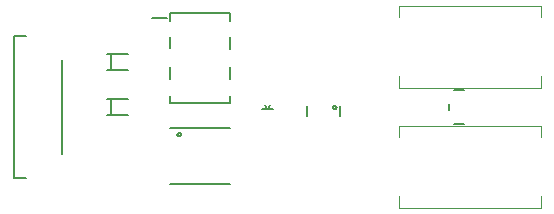
<source format=gto>
G75*
%MOIN*%
%OFA0B0*%
%FSLAX24Y24*%
%IPPOS*%
%LPD*%
%AMOC8*
5,1,8,0,0,1.08239X$1,22.5*
%
%ADD10C,0.0080*%
%ADD11C,0.0060*%
%ADD12C,0.0050*%
%ADD13C,0.0039*%
D10*
X005967Y004876D02*
X006360Y004876D01*
X005967Y004876D02*
X005967Y009600D01*
X006360Y009600D01*
X007542Y008813D02*
X007542Y005663D01*
X009044Y006982D02*
X009201Y006982D01*
X009201Y007494D01*
X009752Y007494D01*
X009201Y007494D02*
X009044Y007494D01*
X009201Y006982D02*
X009752Y006982D01*
X011401Y006323D02*
X011403Y006338D01*
X011409Y006351D01*
X011418Y006363D01*
X011429Y006372D01*
X011443Y006378D01*
X011458Y006380D01*
X011473Y006378D01*
X011486Y006372D01*
X011498Y006363D01*
X011507Y006352D01*
X011513Y006338D01*
X011515Y006323D01*
X011513Y006308D01*
X011507Y006295D01*
X011498Y006283D01*
X011487Y006274D01*
X011473Y006268D01*
X011458Y006266D01*
X011443Y006268D01*
X011430Y006274D01*
X011418Y006283D01*
X011409Y006294D01*
X011403Y006308D01*
X011401Y006323D01*
X014217Y007171D02*
X014398Y007171D01*
X014306Y007293D01*
X014398Y007171D02*
X014579Y007171D01*
X014484Y007293D02*
X014408Y007177D01*
X015713Y007282D02*
X015713Y006944D01*
X016590Y007231D02*
X016592Y007246D01*
X016598Y007259D01*
X016607Y007271D01*
X016618Y007280D01*
X016632Y007286D01*
X016647Y007288D01*
X016662Y007286D01*
X016675Y007280D01*
X016687Y007271D01*
X016696Y007260D01*
X016702Y007246D01*
X016704Y007231D01*
X016702Y007216D01*
X016696Y007203D01*
X016687Y007191D01*
X016676Y007182D01*
X016662Y007176D01*
X016647Y007174D01*
X016632Y007176D01*
X016619Y007182D01*
X016607Y007191D01*
X016598Y007202D01*
X016592Y007216D01*
X016590Y007231D01*
X016833Y007282D02*
X016833Y006944D01*
X020454Y007132D02*
X020454Y007343D01*
X020604Y007798D02*
X020942Y007798D01*
X020942Y006678D02*
X020604Y006678D01*
X009752Y008482D02*
X009201Y008482D01*
X009201Y008994D01*
X009752Y008994D01*
X009201Y008994D02*
X009044Y008994D01*
X009044Y008482D02*
X009201Y008482D01*
D11*
X011138Y004683D02*
X013148Y004683D01*
X013148Y006543D02*
X011138Y006543D01*
D12*
X011148Y007363D02*
X011148Y007613D01*
X011148Y007363D02*
X013148Y007363D01*
X013148Y007613D01*
X013148Y008163D02*
X013148Y008563D01*
X013148Y009163D02*
X013148Y009563D01*
X013148Y010113D02*
X013148Y010363D01*
X011148Y010363D01*
X011148Y010113D01*
X011048Y010213D02*
X010548Y010213D01*
X011148Y009563D02*
X011148Y009213D01*
X011148Y008563D02*
X011148Y008163D01*
D13*
X018790Y008254D02*
X018790Y007860D01*
X023514Y007860D01*
X023514Y008254D01*
X023506Y006616D02*
X018782Y006616D01*
X018782Y006222D01*
X018782Y004254D02*
X018782Y003860D01*
X023506Y003860D01*
X023506Y004254D01*
X023506Y006222D02*
X023506Y006616D01*
X023514Y010222D02*
X023514Y010616D01*
X018790Y010616D01*
X018790Y010222D01*
M02*

</source>
